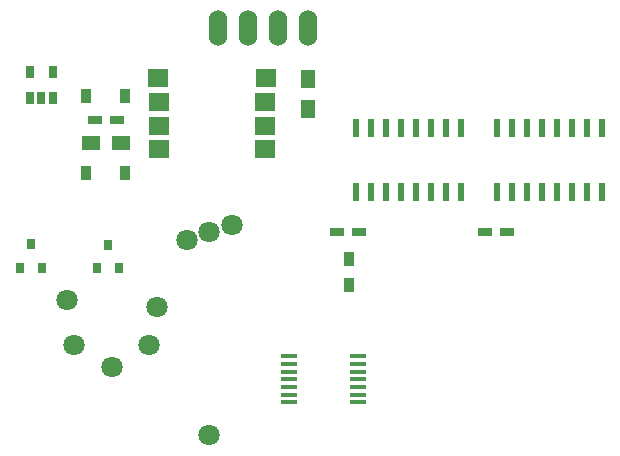
<source format=gbp>
G04 #@! TF.FileFunction,Paste,Bot*
%FSLAX46Y46*%
G04 Gerber Fmt 4.6, Leading zero omitted, Abs format (unit mm)*
G04 Created by KiCad (PCBNEW 4.0.6) date 08/02/17 17:45:46*
%MOMM*%
%LPD*%
G01*
G04 APERTURE LIST*
%ADD10C,0.100000*%
%ADD11C,1.798320*%
%ADD12O,1.524000X3.048000*%
%ADD13R,1.450000X0.450000*%
%ADD14R,0.600000X1.500000*%
%ADD15R,1.200000X0.750000*%
%ADD16R,1.500000X1.250000*%
%ADD17R,1.250000X1.500000*%
%ADD18R,0.900000X1.200000*%
%ADD19R,0.800000X0.900000*%
%ADD20R,0.650000X1.060000*%
%ADD21R,1.700000X1.600000*%
G04 APERTURE END LIST*
D10*
D11*
X114810000Y-88365000D03*
X114175000Y-91540000D03*
X111000000Y-93445000D03*
X107825000Y-91540000D03*
X107190000Y-87730000D03*
X119255000Y-99160000D03*
X119255000Y-82015000D03*
X117350000Y-82650000D03*
X121160000Y-81380000D03*
D12*
X125095000Y-64770000D03*
X127635000Y-64770000D03*
D13*
X125984000Y-96438000D03*
X125984000Y-95788000D03*
X125984000Y-95138000D03*
X125984000Y-94488000D03*
X125984000Y-93838000D03*
X125984000Y-93188000D03*
X125984000Y-92538000D03*
X131884000Y-92538000D03*
X131884000Y-93188000D03*
X131884000Y-93838000D03*
X131884000Y-94488000D03*
X131884000Y-95138000D03*
X131884000Y-95788000D03*
X131884000Y-96438000D03*
D14*
X131699000Y-73246000D03*
X132969000Y-73246000D03*
X134239000Y-73246000D03*
X135509000Y-73246000D03*
X136779000Y-73246000D03*
X138049000Y-73246000D03*
X139319000Y-73246000D03*
X140589000Y-73246000D03*
X140589000Y-78646000D03*
X139319000Y-78646000D03*
X138049000Y-78646000D03*
X136779000Y-78646000D03*
X135509000Y-78646000D03*
X134239000Y-78646000D03*
X132969000Y-78646000D03*
X131699000Y-78646000D03*
D15*
X109550000Y-72500000D03*
X111450000Y-72500000D03*
D16*
X109250000Y-74500000D03*
X111750000Y-74500000D03*
D15*
X142560000Y-82042000D03*
X144460000Y-82042000D03*
X130050000Y-82000000D03*
X131950000Y-82000000D03*
D17*
X127600000Y-69100000D03*
X127600000Y-71600000D03*
D18*
X108850000Y-77000000D03*
X112150000Y-77000000D03*
X108850000Y-70500000D03*
X112150000Y-70500000D03*
D19*
X111633000Y-85090000D03*
X109733000Y-85090000D03*
X110683000Y-83090000D03*
X105090000Y-85058000D03*
X103190000Y-85058000D03*
X104140000Y-83058000D03*
D12*
X120015000Y-64770000D03*
X122555000Y-64770000D03*
D18*
X131064000Y-84287000D03*
X131064000Y-86487000D03*
D20*
X106000000Y-70700000D03*
X105050000Y-70700000D03*
X104100000Y-70700000D03*
X104100000Y-68500000D03*
X106000000Y-68500000D03*
D21*
X124050000Y-69000000D03*
X124000000Y-71000000D03*
X124000000Y-73000000D03*
X124000000Y-75000000D03*
X114950000Y-69000000D03*
X115000000Y-71000000D03*
X115000000Y-73000000D03*
X115000000Y-75000000D03*
D14*
X143637000Y-73246000D03*
X144907000Y-73246000D03*
X146177000Y-73246000D03*
X147447000Y-73246000D03*
X148717000Y-73246000D03*
X149987000Y-73246000D03*
X151257000Y-73246000D03*
X152527000Y-73246000D03*
X152527000Y-78646000D03*
X151257000Y-78646000D03*
X149987000Y-78646000D03*
X148717000Y-78646000D03*
X147447000Y-78646000D03*
X146177000Y-78646000D03*
X144907000Y-78646000D03*
X143637000Y-78646000D03*
M02*

</source>
